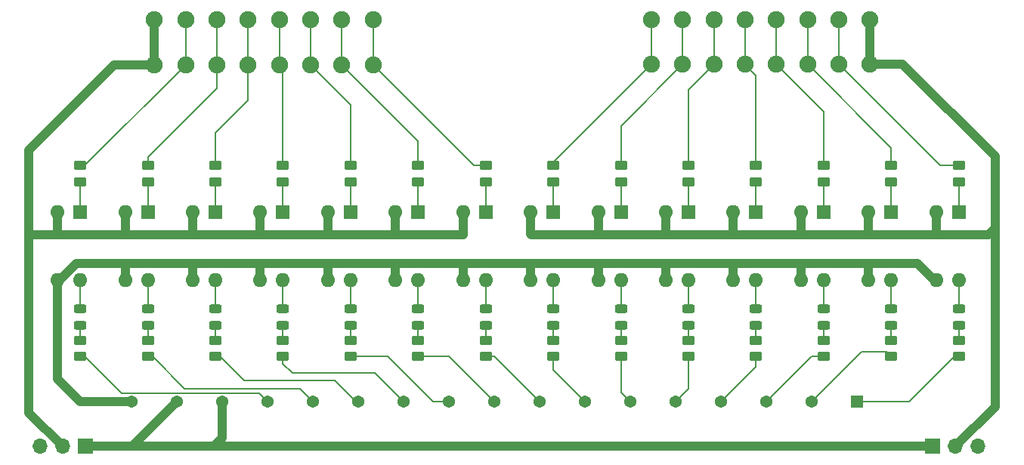
<source format=gbr>
%TF.GenerationSoftware,KiCad,Pcbnew,8.0.7*%
%TF.CreationDate,2025-04-06T16:58:41-05:00*%
%TF.ProjectId,inputs,696e7075-7473-42e6-9b69-6361645f7063,rev?*%
%TF.SameCoordinates,Original*%
%TF.FileFunction,Copper,L1,Top*%
%TF.FilePolarity,Positive*%
%FSLAX46Y46*%
G04 Gerber Fmt 4.6, Leading zero omitted, Abs format (unit mm)*
G04 Created by KiCad (PCBNEW 8.0.7) date 2025-04-06 16:58:41*
%MOMM*%
%LPD*%
G01*
G04 APERTURE LIST*
G04 Aperture macros list*
%AMRoundRect*
0 Rectangle with rounded corners*
0 $1 Rounding radius*
0 $2 $3 $4 $5 $6 $7 $8 $9 X,Y pos of 4 corners*
0 Add a 4 corners polygon primitive as box body*
4,1,4,$2,$3,$4,$5,$6,$7,$8,$9,$2,$3,0*
0 Add four circle primitives for the rounded corners*
1,1,$1+$1,$2,$3*
1,1,$1+$1,$4,$5*
1,1,$1+$1,$6,$7*
1,1,$1+$1,$8,$9*
0 Add four rect primitives between the rounded corners*
20,1,$1+$1,$2,$3,$4,$5,0*
20,1,$1+$1,$4,$5,$6,$7,0*
20,1,$1+$1,$6,$7,$8,$9,0*
20,1,$1+$1,$8,$9,$2,$3,0*%
G04 Aperture macros list end*
%TA.AperFunction,SMDPad,CuDef*%
%ADD10RoundRect,0.250000X0.450000X-0.262500X0.450000X0.262500X-0.450000X0.262500X-0.450000X-0.262500X0*%
%TD*%
%TA.AperFunction,ComponentPad*%
%ADD11R,1.600000X1.600000*%
%TD*%
%TA.AperFunction,ComponentPad*%
%ADD12O,1.600000X1.600000*%
%TD*%
%TA.AperFunction,SMDPad,CuDef*%
%ADD13RoundRect,0.243750X-0.456250X0.243750X-0.456250X-0.243750X0.456250X-0.243750X0.456250X0.243750X0*%
%TD*%
%TA.AperFunction,SMDPad,CuDef*%
%ADD14RoundRect,0.250000X-0.450000X0.262500X-0.450000X-0.262500X0.450000X-0.262500X0.450000X0.262500X0*%
%TD*%
%TA.AperFunction,ComponentPad*%
%ADD15R,1.370000X1.370000*%
%TD*%
%TA.AperFunction,ComponentPad*%
%ADD16C,1.370000*%
%TD*%
%TA.AperFunction,ComponentPad*%
%ADD17R,1.700000X1.700000*%
%TD*%
%TA.AperFunction,ComponentPad*%
%ADD18O,1.700000X1.700000*%
%TD*%
%TA.AperFunction,ComponentPad*%
%ADD19C,1.900000*%
%TD*%
%TA.AperFunction,Conductor*%
%ADD20C,0.200000*%
%TD*%
%TA.AperFunction,Conductor*%
%ADD21C,1.000000*%
%TD*%
G04 APERTURE END LIST*
D10*
%TO.P,R26,1*%
%TO.N,Net-(R26-Pad1)*%
X222435000Y-74325000D03*
%TO.P,R26,2*%
%TO.N,/in14*%
X222435000Y-72500000D03*
%TD*%
D11*
%TO.P,U13,1*%
%TO.N,Net-(R25-Pad1)*%
X214863076Y-77742500D03*
D12*
%TO.P,U13,2*%
%TO.N,GND*%
X212323076Y-77742500D03*
%TO.P,U13,3*%
%TO.N,+24V*%
X212323076Y-85362500D03*
%TO.P,U13,4*%
%TO.N,Net-(D13-K)*%
X214863076Y-85362500D03*
%TD*%
D13*
%TO.P,D1,1,K*%
%TO.N,Net-(D1-K)*%
X124000000Y-88562500D03*
%TO.P,D1,2,A*%
%TO.N,Net-(D1-A)*%
X124000000Y-90437500D03*
%TD*%
%TO.P,D13,1,K*%
%TO.N,Net-(D13-K)*%
X214863076Y-88562500D03*
%TO.P,D13,2,A*%
%TO.N,Net-(D13-A)*%
X214863076Y-90437500D03*
%TD*%
%TO.P,D3,1,K*%
%TO.N,Net-(D3-K)*%
X139143846Y-88562500D03*
%TO.P,D3,2,A*%
%TO.N,Net-(D3-A)*%
X139143846Y-90437500D03*
%TD*%
D14*
%TO.P,R6,1*%
%TO.N,Net-(D2-A)*%
X131571923Y-92087500D03*
%TO.P,R6,2*%
%TO.N,/out2*%
X131571923Y-93912500D03*
%TD*%
D10*
%TO.P,R1,1*%
%TO.N,Net-(R1-Pad1)*%
X124000000Y-74325000D03*
%TO.P,R1,2*%
%TO.N,/in1*%
X124000000Y-72500000D03*
%TD*%
%TO.P,R9,1*%
%TO.N,Net-(R9-Pad1)*%
X154287692Y-74325000D03*
%TO.P,R9,2*%
%TO.N,/in5*%
X154287692Y-72500000D03*
%TD*%
D13*
%TO.P,D2,1,K*%
%TO.N,Net-(D2-K)*%
X131571923Y-88562500D03*
%TO.P,D2,2,A*%
%TO.N,Net-(D2-A)*%
X131571923Y-90437500D03*
%TD*%
D11*
%TO.P,U6,1*%
%TO.N,Net-(R10-Pad1)*%
X161859615Y-77742500D03*
D12*
%TO.P,U6,2*%
%TO.N,GND*%
X159319615Y-77742500D03*
%TO.P,U6,3*%
%TO.N,+24V*%
X159319615Y-85362500D03*
%TO.P,U6,4*%
%TO.N,Net-(D6-K)*%
X161859615Y-85362500D03*
%TD*%
D13*
%TO.P,D10,1,K*%
%TO.N,Net-(D10-K)*%
X192147307Y-88562500D03*
%TO.P,D10,2,A*%
%TO.N,Net-(D10-A)*%
X192147307Y-90437500D03*
%TD*%
D11*
%TO.P,U14,1*%
%TO.N,Net-(R26-Pad1)*%
X222435000Y-77742500D03*
D12*
%TO.P,U14,2*%
%TO.N,GND*%
X219895000Y-77742500D03*
%TO.P,U14,3*%
%TO.N,+24V*%
X219895000Y-85362500D03*
%TO.P,U14,4*%
%TO.N,Net-(D14-K)*%
X222435000Y-85362500D03*
%TD*%
D15*
%TO.P,J4,01,01*%
%TO.N,/out14*%
X211050000Y-99000000D03*
D16*
%TO.P,J4,02,02*%
%TO.N,/out13*%
X205970000Y-99000000D03*
%TO.P,J4,03,03*%
%TO.N,/out12*%
X200890000Y-99000000D03*
%TO.P,J4,04,04*%
%TO.N,/out11*%
X195810000Y-99000000D03*
%TO.P,J4,05,05*%
%TO.N,/out10*%
X190730000Y-99000000D03*
%TO.P,J4,06,06*%
%TO.N,/out9*%
X185650000Y-99000000D03*
%TO.P,J4,07,07*%
%TO.N,/out8*%
X180570000Y-99000000D03*
%TO.P,J4,08,08*%
%TO.N,/out7*%
X175490000Y-99000000D03*
%TO.P,J4,09,09*%
%TO.N,/out6*%
X170410000Y-99000000D03*
%TO.P,J4,10,10*%
%TO.N,/out5*%
X165330000Y-99000000D03*
%TO.P,J4,11,11*%
%TO.N,/out4*%
X160250000Y-99000000D03*
%TO.P,J4,12,12*%
%TO.N,/out3*%
X155170000Y-99000000D03*
%TO.P,J4,13,13*%
%TO.N,/out2*%
X150090000Y-99000000D03*
%TO.P,J4,14,14*%
%TO.N,/out1*%
X145010000Y-99000000D03*
%TO.P,J4,15,15*%
%TO.N,GND*%
X139930000Y-99000000D03*
%TO.P,J4,16,16*%
X134850000Y-99000000D03*
%TO.P,J4,17,17*%
%TO.N,+24V*%
X129770000Y-99000000D03*
%TD*%
D11*
%TO.P,U9,1*%
%TO.N,Net-(R17-Pad1)*%
X184575384Y-77742500D03*
D12*
%TO.P,U9,2*%
%TO.N,GND*%
X182035384Y-77742500D03*
%TO.P,U9,3*%
%TO.N,+24V*%
X182035384Y-85362500D03*
%TO.P,U9,4*%
%TO.N,Net-(D9-K)*%
X184575384Y-85362500D03*
%TD*%
D13*
%TO.P,D12,1,K*%
%TO.N,Net-(D12-K)*%
X207291153Y-88562500D03*
%TO.P,D12,2,A*%
%TO.N,Net-(D12-A)*%
X207291153Y-90437500D03*
%TD*%
D10*
%TO.P,R3,1*%
%TO.N,Net-(R3-Pad1)*%
X139143846Y-74325000D03*
%TO.P,R3,2*%
%TO.N,/in3*%
X139143846Y-72500000D03*
%TD*%
D13*
%TO.P,D6,1,K*%
%TO.N,Net-(D6-K)*%
X161859615Y-88562500D03*
%TO.P,D6,2,A*%
%TO.N,Net-(D6-A)*%
X161859615Y-90437500D03*
%TD*%
D14*
%TO.P,R14,1*%
%TO.N,Net-(D6-A)*%
X161859615Y-92087500D03*
%TO.P,R14,2*%
%TO.N,/out6*%
X161859615Y-93912500D03*
%TD*%
%TO.P,R16,1*%
%TO.N,Net-(D8-A)*%
X177000000Y-92087500D03*
%TO.P,R16,2*%
%TO.N,/out8*%
X177000000Y-93912500D03*
%TD*%
D10*
%TO.P,R11,1*%
%TO.N,Net-(R11-Pad1)*%
X169431538Y-74325000D03*
%TO.P,R11,2*%
%TO.N,/in7*%
X169431538Y-72500000D03*
%TD*%
D13*
%TO.P,D14,1,K*%
%TO.N,Net-(D14-K)*%
X222435000Y-88562500D03*
%TO.P,D14,2,A*%
%TO.N,Net-(D14-A)*%
X222435000Y-90437500D03*
%TD*%
D11*
%TO.P,U10,1*%
%TO.N,Net-(R18-Pad1)*%
X192147307Y-77742500D03*
D12*
%TO.P,U10,2*%
%TO.N,GND*%
X189607307Y-77742500D03*
%TO.P,U10,3*%
%TO.N,+24V*%
X189607307Y-85362500D03*
%TO.P,U10,4*%
%TO.N,Net-(D10-K)*%
X192147307Y-85362500D03*
%TD*%
D11*
%TO.P,U12,1*%
%TO.N,Net-(R20-Pad1)*%
X207291153Y-77742500D03*
D12*
%TO.P,U12,2*%
%TO.N,GND*%
X204751153Y-77742500D03*
%TO.P,U12,3*%
%TO.N,+24V*%
X204751153Y-85362500D03*
%TO.P,U12,4*%
%TO.N,Net-(D12-K)*%
X207291153Y-85362500D03*
%TD*%
D17*
%TO.P,J2,1,Pin_1*%
%TO.N,GND*%
X219500000Y-104000000D03*
D18*
%TO.P,J2,2,Pin_2*%
X222040000Y-104000000D03*
%TO.P,J2,3,Pin_3*%
%TO.N,unconnected-(J2-Pin_3-Pad3)*%
X224580000Y-104000000D03*
%TD*%
D13*
%TO.P,D11,1,K*%
%TO.N,Net-(D11-K)*%
X199719230Y-88562500D03*
%TO.P,D11,2,A*%
%TO.N,Net-(D11-A)*%
X199719230Y-90437500D03*
%TD*%
%TO.P,D9,1,K*%
%TO.N,Net-(D9-K)*%
X184575384Y-88562500D03*
%TO.P,D9,2,A*%
%TO.N,Net-(D9-A)*%
X184575384Y-90437500D03*
%TD*%
D17*
%TO.P,J1,1,Pin_1*%
%TO.N,GND*%
X124580000Y-104000000D03*
D18*
%TO.P,J1,2,Pin_2*%
X122040000Y-104000000D03*
%TO.P,J1,3,Pin_3*%
%TO.N,unconnected-(J1-Pin_3-Pad3)*%
X119500000Y-104000000D03*
%TD*%
D14*
%TO.P,R7,1*%
%TO.N,Net-(D3-A)*%
X139143846Y-92087500D03*
%TO.P,R7,2*%
%TO.N,/out3*%
X139143846Y-93912500D03*
%TD*%
D10*
%TO.P,R2,1*%
%TO.N,Net-(R2-Pad1)*%
X131571923Y-74325000D03*
%TO.P,R2,2*%
%TO.N,/in2*%
X131571923Y-72500000D03*
%TD*%
%TO.P,R18,1*%
%TO.N,Net-(R18-Pad1)*%
X192147307Y-74325000D03*
%TO.P,R18,2*%
%TO.N,/in10*%
X192147307Y-72500000D03*
%TD*%
D19*
%TO.P,J5,16,8_2*%
%TO.N,/in7*%
X156804904Y-61180799D03*
%TO.P,J5,15,8_1*%
X156804904Y-56180799D03*
%TO.P,J5,14,7_2*%
%TO.N,/in6*%
X153304903Y-61180799D03*
%TO.P,J5,13,7_1*%
X153304903Y-56180799D03*
%TO.P,J5,12,6_2*%
%TO.N,/in5*%
X149804902Y-61180799D03*
%TO.P,J5,11,6_1*%
X149804902Y-56180799D03*
%TO.P,J5,10,5_2*%
%TO.N,/in4*%
X146304902Y-61180799D03*
%TO.P,J5,9,5_1*%
X146304902Y-56180799D03*
%TO.P,J5,8,4_2*%
%TO.N,/in3*%
X142804901Y-61180799D03*
%TO.P,J5,7,4_1*%
X142804901Y-56180799D03*
%TO.P,J5,6,3_2*%
%TO.N,/in2*%
X139304901Y-61180799D03*
%TO.P,J5,5,3_1*%
X139304901Y-56180799D03*
%TO.P,J5,4,2_2*%
%TO.N,/in1*%
X135804900Y-61180799D03*
%TO.P,J5,3,2_1*%
X135804900Y-56180799D03*
%TO.P,J5,2,1_2*%
%TO.N,GND*%
X132304899Y-61180799D03*
%TO.P,J5,1,1_1*%
X132304899Y-56180799D03*
%TD*%
D11*
%TO.P,U7,1*%
%TO.N,Net-(R11-Pad1)*%
X169431538Y-77742500D03*
D12*
%TO.P,U7,2*%
%TO.N,GND*%
X166891538Y-77742500D03*
%TO.P,U7,3*%
%TO.N,+24V*%
X166891538Y-85362500D03*
%TO.P,U7,4*%
%TO.N,Net-(D7-K)*%
X169431538Y-85362500D03*
%TD*%
D13*
%TO.P,D5,1,K*%
%TO.N,Net-(D5-K)*%
X154287692Y-88562500D03*
%TO.P,D5,2,A*%
%TO.N,Net-(D5-A)*%
X154287692Y-90437500D03*
%TD*%
D14*
%TO.P,R21,1*%
%TO.N,Net-(D9-A)*%
X184575384Y-92087500D03*
%TO.P,R21,2*%
%TO.N,/out9*%
X184575384Y-93912500D03*
%TD*%
D11*
%TO.P,U8,1*%
%TO.N,Net-(R12-Pad1)*%
X177003461Y-77742500D03*
D12*
%TO.P,U8,2*%
%TO.N,GND*%
X174463461Y-77742500D03*
%TO.P,U8,3*%
%TO.N,+24V*%
X174463461Y-85362500D03*
%TO.P,U8,4*%
%TO.N,Net-(D8-K)*%
X177003461Y-85362500D03*
%TD*%
D10*
%TO.P,R20,1*%
%TO.N,Net-(R20-Pad1)*%
X207291153Y-74325000D03*
%TO.P,R20,2*%
%TO.N,/in12*%
X207291153Y-72500000D03*
%TD*%
%TO.P,R19,1*%
%TO.N,Net-(R19-Pad1)*%
X199719230Y-74325000D03*
%TO.P,R19,2*%
%TO.N,/in11*%
X199719230Y-72500000D03*
%TD*%
%TO.P,R4,1*%
%TO.N,Net-(R4-Pad1)*%
X146715769Y-74325000D03*
%TO.P,R4,2*%
%TO.N,/in4*%
X146715769Y-72500000D03*
%TD*%
D13*
%TO.P,D4,1,K*%
%TO.N,Net-(D4-K)*%
X146715769Y-88562500D03*
%TO.P,D4,2,A*%
%TO.N,Net-(D4-A)*%
X146715769Y-90437500D03*
%TD*%
D14*
%TO.P,R15,1*%
%TO.N,Net-(D7-A)*%
X169431538Y-92087500D03*
%TO.P,R15,2*%
%TO.N,/out7*%
X169431538Y-93912500D03*
%TD*%
D11*
%TO.P,U11,1*%
%TO.N,Net-(R19-Pad1)*%
X199719230Y-77742500D03*
D12*
%TO.P,U11,2*%
%TO.N,GND*%
X197179230Y-77742500D03*
%TO.P,U11,3*%
%TO.N,+24V*%
X197179230Y-85362500D03*
%TO.P,U11,4*%
%TO.N,Net-(D11-K)*%
X199719230Y-85362500D03*
%TD*%
D11*
%TO.P,U5,1*%
%TO.N,Net-(R9-Pad1)*%
X154287692Y-77742500D03*
D12*
%TO.P,U5,2*%
%TO.N,GND*%
X151747692Y-77742500D03*
%TO.P,U5,3*%
%TO.N,+24V*%
X151747692Y-85362500D03*
%TO.P,U5,4*%
%TO.N,Net-(D5-K)*%
X154287692Y-85362500D03*
%TD*%
D13*
%TO.P,D8,1,K*%
%TO.N,Net-(D8-K)*%
X177003461Y-88562500D03*
%TO.P,D8,2,A*%
%TO.N,Net-(D8-A)*%
X177003461Y-90437500D03*
%TD*%
D11*
%TO.P,U1,1*%
%TO.N,Net-(R1-Pad1)*%
X124000000Y-77742500D03*
D12*
%TO.P,U1,2*%
%TO.N,GND*%
X121460000Y-77742500D03*
%TO.P,U1,3*%
%TO.N,+24V*%
X121460000Y-85362500D03*
%TO.P,U1,4*%
%TO.N,Net-(D1-K)*%
X124000000Y-85362500D03*
%TD*%
D13*
%TO.P,D7,1,K*%
%TO.N,Net-(D7-K)*%
X169431538Y-88562500D03*
%TO.P,D7,2,A*%
%TO.N,Net-(D7-A)*%
X169431538Y-90437500D03*
%TD*%
D10*
%TO.P,R17,1*%
%TO.N,Net-(R17-Pad1)*%
X184575384Y-74325000D03*
%TO.P,R17,2*%
%TO.N,/in9*%
X184575384Y-72500000D03*
%TD*%
D14*
%TO.P,R24,1*%
%TO.N,Net-(D12-A)*%
X207291153Y-92087500D03*
%TO.P,R24,2*%
%TO.N,/out12*%
X207291153Y-93912500D03*
%TD*%
D10*
%TO.P,R10,1*%
%TO.N,Net-(R10-Pad1)*%
X161859615Y-74325000D03*
%TO.P,R10,2*%
%TO.N,/in6*%
X161859615Y-72500000D03*
%TD*%
%TO.P,R12,1*%
%TO.N,Net-(R12-Pad1)*%
X177003461Y-74325000D03*
%TO.P,R12,2*%
%TO.N,/in8*%
X177003461Y-72500000D03*
%TD*%
D14*
%TO.P,R8,1*%
%TO.N,Net-(D4-A)*%
X146715769Y-92087500D03*
%TO.P,R8,2*%
%TO.N,/out4*%
X146715769Y-93912500D03*
%TD*%
%TO.P,R22,1*%
%TO.N,Net-(D10-A)*%
X192147307Y-92087500D03*
%TO.P,R22,2*%
%TO.N,/out10*%
X192147307Y-93912500D03*
%TD*%
%TO.P,R23,1*%
%TO.N,Net-(D11-A)*%
X199719230Y-92087500D03*
%TO.P,R23,2*%
%TO.N,/out11*%
X199719230Y-93912500D03*
%TD*%
%TO.P,R5,1*%
%TO.N,Net-(D1-A)*%
X124000000Y-92087500D03*
%TO.P,R5,2*%
%TO.N,/out1*%
X124000000Y-93912500D03*
%TD*%
D11*
%TO.P,U3,1*%
%TO.N,Net-(R3-Pad1)*%
X139143846Y-77742500D03*
D12*
%TO.P,U3,2*%
%TO.N,GND*%
X136603846Y-77742500D03*
%TO.P,U3,3*%
%TO.N,+24V*%
X136603846Y-85362500D03*
%TO.P,U3,4*%
%TO.N,Net-(D3-K)*%
X139143846Y-85362500D03*
%TD*%
D11*
%TO.P,U2,1*%
%TO.N,Net-(R2-Pad1)*%
X131571923Y-77742500D03*
D12*
%TO.P,U2,2*%
%TO.N,GND*%
X129031923Y-77742500D03*
%TO.P,U2,3*%
%TO.N,+24V*%
X129031923Y-85362500D03*
%TO.P,U2,4*%
%TO.N,Net-(D2-K)*%
X131571923Y-85362500D03*
%TD*%
D14*
%TO.P,R27,1*%
%TO.N,Net-(D13-A)*%
X214863076Y-92087500D03*
%TO.P,R27,2*%
%TO.N,/out13*%
X214863076Y-93912500D03*
%TD*%
D11*
%TO.P,U4,1*%
%TO.N,Net-(R4-Pad1)*%
X146715769Y-77742500D03*
D12*
%TO.P,U4,2*%
%TO.N,GND*%
X144175769Y-77742500D03*
%TO.P,U4,3*%
%TO.N,+24V*%
X144175769Y-85362500D03*
%TO.P,U4,4*%
%TO.N,Net-(D4-K)*%
X146715769Y-85362500D03*
%TD*%
D10*
%TO.P,R25,1*%
%TO.N,Net-(R25-Pad1)*%
X214863076Y-74325000D03*
%TO.P,R25,2*%
%TO.N,/in13*%
X214863076Y-72500000D03*
%TD*%
D14*
%TO.P,R28,1*%
%TO.N,Net-(D14-A)*%
X222435000Y-92087500D03*
%TO.P,R28,2*%
%TO.N,/out14*%
X222435000Y-93912500D03*
%TD*%
D19*
%TO.P,J6,16,8_2*%
%TO.N,GND*%
X212500000Y-61150399D03*
%TO.P,J6,15,8_1*%
X212500000Y-56150399D03*
%TO.P,J6,14,7_2*%
%TO.N,/in14*%
X208999999Y-61150399D03*
%TO.P,J6,13,7_1*%
X208999999Y-56150399D03*
%TO.P,J6,12,6_2*%
%TO.N,/in13*%
X205499998Y-61150399D03*
%TO.P,J6,11,6_1*%
X205499998Y-56150399D03*
%TO.P,J6,10,5_2*%
%TO.N,/in12*%
X201999998Y-61150399D03*
%TO.P,J6,9,5_1*%
X201999998Y-56150399D03*
%TO.P,J6,8,4_2*%
%TO.N,/in11*%
X198499997Y-61150399D03*
%TO.P,J6,7,4_1*%
X198499997Y-56150399D03*
%TO.P,J6,6,3_2*%
%TO.N,/in10*%
X194999997Y-61150399D03*
%TO.P,J6,5,3_1*%
X194999997Y-56150399D03*
%TO.P,J6,4,2_2*%
%TO.N,/in9*%
X191499996Y-61150399D03*
%TO.P,J6,3,2_1*%
X191499996Y-56150399D03*
%TO.P,J6,2,1_2*%
%TO.N,/in8*%
X187999995Y-61150399D03*
%TO.P,J6,1,1_1*%
X187999995Y-56150399D03*
%TD*%
D14*
%TO.P,R13,1*%
%TO.N,Net-(D5-A)*%
X154287692Y-92087500D03*
%TO.P,R13,2*%
%TO.N,/out5*%
X154287692Y-93912500D03*
%TD*%
D20*
%TO.N,/in8*%
X177003461Y-72146933D02*
X187999995Y-61150399D01*
X177003461Y-72500000D02*
X177003461Y-72146933D01*
%TO.N,/in9*%
X184575384Y-68075011D02*
X191499996Y-61150399D01*
X184575384Y-72500000D02*
X184575384Y-68075011D01*
%TO.N,/in10*%
X192147307Y-64003089D02*
X194999997Y-61150399D01*
X192147307Y-72500000D02*
X192147307Y-64003089D01*
%TO.N,/in14*%
X220349600Y-72500000D02*
X208999999Y-61150399D01*
X222435000Y-72500000D02*
X220349600Y-72500000D01*
%TO.N,/in13*%
X214863076Y-70513477D02*
X205499998Y-61150399D01*
X214863076Y-72500000D02*
X214863076Y-70513477D01*
%TO.N,/in12*%
X207291153Y-66441554D02*
X201999998Y-61150399D01*
X207291153Y-72500000D02*
X207291153Y-66441554D01*
%TO.N,/in11*%
X199719230Y-62369632D02*
X198499997Y-61150399D01*
X199719230Y-72500000D02*
X199719230Y-62369632D01*
D21*
%TO.N,GND*%
X226500000Y-71500000D02*
X216150399Y-61150399D01*
X216150399Y-61150399D02*
X212500000Y-61150399D01*
X226500000Y-79500000D02*
X226500000Y-71500000D01*
X118500000Y-80250000D02*
X118250000Y-80000000D01*
X122000000Y-80250000D02*
X118500000Y-80250000D01*
X122000000Y-80250000D02*
X121500000Y-80250000D01*
X118250000Y-81250000D02*
X118250000Y-80000000D01*
X129000000Y-80250000D02*
X122000000Y-80250000D01*
D20*
%TO.N,/in8*%
X187999995Y-56150399D02*
X187999995Y-61150399D01*
X176499999Y-72500000D02*
X177003461Y-72500000D01*
%TO.N,Net-(R1-Pad1)*%
X124000000Y-74325000D02*
X124000000Y-77742500D01*
%TO.N,Net-(R2-Pad1)*%
X131571923Y-74325000D02*
X131571923Y-77742500D01*
%TO.N,Net-(R3-Pad1)*%
X139143846Y-74325000D02*
X139143846Y-77742500D01*
%TO.N,Net-(R4-Pad1)*%
X146715769Y-74325000D02*
X146715769Y-77742500D01*
%TO.N,Net-(R9-Pad1)*%
X154287692Y-74325000D02*
X154287692Y-77742500D01*
%TO.N,Net-(R10-Pad1)*%
X161859615Y-74325000D02*
X161859615Y-77742500D01*
%TO.N,Net-(R11-Pad1)*%
X169431538Y-74325000D02*
X169431538Y-77742500D01*
%TO.N,Net-(R12-Pad1)*%
X177003461Y-74325000D02*
X177003461Y-77742500D01*
%TO.N,GND*%
X129500000Y-104000000D02*
X129850000Y-104000000D01*
D21*
X166891538Y-80247775D02*
X166893763Y-80250000D01*
X121460000Y-77955000D02*
X121460000Y-80210000D01*
X226500000Y-79500000D02*
X226500000Y-99540000D01*
X129031923Y-80218077D02*
X129000000Y-80250000D01*
X166891538Y-77955000D02*
X166891538Y-80247775D01*
X219895000Y-77992500D02*
X219895000Y-80145000D01*
X212500000Y-61150399D02*
X212500000Y-56150399D01*
X122040000Y-104000000D02*
X118250000Y-100210000D01*
X139000000Y-104000000D02*
X137500000Y-104000000D01*
X151746648Y-80250000D02*
X144181020Y-80250000D01*
X137500000Y-104000000D02*
X219500000Y-104000000D01*
X129850000Y-104000000D02*
X134850000Y-99000000D01*
X136607463Y-80250000D02*
X129000000Y-80250000D01*
X212323076Y-80238241D02*
X212311317Y-80250000D01*
X212323076Y-77992500D02*
X212323076Y-80238241D01*
X226500000Y-99540000D02*
X222040000Y-104000000D01*
X174463461Y-80213461D02*
X174500000Y-80250000D01*
X151747692Y-80248956D02*
X151746648Y-80250000D01*
X139930000Y-103070000D02*
X139000000Y-104000000D01*
X225750000Y-80250000D02*
X226500000Y-79500000D01*
X212311317Y-80250000D02*
X225750000Y-80250000D01*
X197179230Y-80241237D02*
X197187993Y-80250000D01*
X189598575Y-80250000D02*
X182040878Y-80250000D01*
X174463461Y-77955000D02*
X174463461Y-80213461D01*
X136603846Y-80246383D02*
X136607463Y-80250000D01*
X204751153Y-80248847D02*
X204750000Y-80250000D01*
X204751153Y-77742500D02*
X204751153Y-80248847D01*
X118250000Y-100210000D02*
X118250000Y-81250000D01*
X204750000Y-80250000D02*
X197187993Y-80250000D01*
X136603846Y-77955000D02*
X136603846Y-80246383D01*
X212311317Y-80250000D02*
X204750000Y-80250000D01*
X139930000Y-99000000D02*
X139930000Y-103070000D01*
X144181020Y-80250000D02*
X136607463Y-80250000D01*
X189607307Y-77922500D02*
X189607307Y-80241268D01*
X159320205Y-80250000D02*
X151746648Y-80250000D01*
X182035384Y-77922500D02*
X182035384Y-80244506D01*
X144175769Y-80244749D02*
X144181020Y-80250000D01*
X166893763Y-80250000D02*
X159320205Y-80250000D01*
X151747692Y-77955000D02*
X151747692Y-80248956D01*
X182040878Y-80250000D02*
X174500000Y-80250000D01*
X121460000Y-80210000D02*
X121500000Y-80250000D01*
X159319615Y-80249410D02*
X159320205Y-80250000D01*
X124580000Y-104000000D02*
X129500000Y-104000000D01*
D20*
X219895000Y-80145000D02*
X220000000Y-80250000D01*
D21*
X182035384Y-80244506D02*
X182040878Y-80250000D01*
X197179230Y-78172500D02*
X197179230Y-80241237D01*
X144175769Y-77955000D02*
X144175769Y-80244749D01*
X197187993Y-80250000D02*
X189598575Y-80250000D01*
X137500000Y-104000000D02*
X129500000Y-104000000D01*
X129031923Y-77955000D02*
X129031923Y-80218077D01*
X159319615Y-77955000D02*
X159319615Y-80249410D01*
X189607307Y-80241268D02*
X189598575Y-80250000D01*
%TO.N,+24V*%
X123535000Y-83500000D02*
X129000000Y-83500000D01*
X129000000Y-83500000D02*
X136750000Y-83500000D01*
X129031923Y-83531923D02*
X129000000Y-83500000D01*
X136603846Y-83646154D02*
X136750000Y-83500000D01*
X166896441Y-83500000D02*
X174454138Y-83500000D01*
X144175769Y-83517553D02*
X144158216Y-83500000D01*
X204751153Y-85362500D02*
X204751153Y-83501153D01*
X174463461Y-83509323D02*
X174454138Y-83500000D01*
X174454138Y-83500000D02*
X182027696Y-83500000D01*
X217782500Y-83500000D02*
X219895000Y-85612500D01*
X144158216Y-83500000D02*
X151741396Y-83500000D01*
X121460000Y-96460000D02*
X121460000Y-85362500D01*
X197179230Y-83503512D02*
X197182742Y-83500000D01*
X151741396Y-83500000D02*
X159330814Y-83500000D01*
X182035384Y-83507688D02*
X182027696Y-83500000D01*
X129031923Y-85575000D02*
X129031923Y-83531923D01*
X182035384Y-85542500D02*
X182035384Y-83507688D01*
X144175769Y-85575000D02*
X144175769Y-83517553D01*
X159330814Y-83500000D02*
X166896441Y-83500000D01*
X159319615Y-85575000D02*
X159319615Y-83511199D01*
X159319615Y-83511199D02*
X159330814Y-83500000D01*
X212337787Y-83500000D02*
X217782500Y-83500000D01*
X204750000Y-83500000D02*
X212337787Y-83500000D01*
X212323076Y-85612500D02*
X212323076Y-83514711D01*
X166891538Y-83504903D02*
X166896441Y-83500000D01*
X174463461Y-85575000D02*
X174463461Y-83509323D01*
X189607307Y-85542500D02*
X189607307Y-83501877D01*
X124000000Y-99000000D02*
X121460000Y-96460000D01*
X189609184Y-83500000D02*
X197182742Y-83500000D01*
X129770000Y-99000000D02*
X124000000Y-99000000D01*
X197179230Y-83503512D02*
X197179230Y-85362500D01*
X212323076Y-83514711D02*
X212337787Y-83500000D01*
X197182742Y-83500000D02*
X204750000Y-83500000D01*
X166891538Y-85575000D02*
X166891538Y-83504903D01*
X121460000Y-85575000D02*
X123535000Y-83500000D01*
X189607307Y-83501877D02*
X189609184Y-83500000D01*
X204751153Y-83501153D02*
X204750000Y-83500000D01*
X151747692Y-83506296D02*
X151741396Y-83500000D01*
X151747692Y-85575000D02*
X151747692Y-83506296D01*
X136750000Y-83500000D02*
X144158216Y-83500000D01*
X136603846Y-85575000D02*
X136603846Y-83646154D01*
X182027696Y-83500000D02*
X189609184Y-83500000D01*
D20*
%TO.N,/out1*%
X144025000Y-98015000D02*
X145010000Y-99000000D01*
X124512500Y-93912500D02*
X128615000Y-98015000D01*
X124000000Y-93912500D02*
X124512500Y-93912500D01*
X128615000Y-98015000D02*
X144025000Y-98015000D01*
%TO.N,/out7*%
X169431538Y-93912500D02*
X170402500Y-93912500D01*
X170402500Y-93912500D02*
X175490000Y-99000000D01*
%TO.N,/out2*%
X131571923Y-93912500D02*
X132084423Y-93912500D01*
X132084423Y-93912500D02*
X135671923Y-97500000D01*
X135671923Y-97500000D02*
X148590000Y-97500000D01*
X148590000Y-97500000D02*
X150090000Y-99000000D01*
%TO.N,/out8*%
X177000000Y-93912500D02*
X177000000Y-95430000D01*
X177000000Y-95430000D02*
X180570000Y-99000000D01*
%TO.N,/out6*%
X161859615Y-93912500D02*
X165322500Y-93912500D01*
X165322500Y-93912500D02*
X170410000Y-99000000D01*
%TO.N,/out3*%
X139656346Y-93912500D02*
X142350000Y-96606154D01*
X139143846Y-93912500D02*
X139656346Y-93912500D01*
X142350000Y-96606154D02*
X152520767Y-96606154D01*
X152520767Y-96606154D02*
X155224540Y-99309927D01*
%TO.N,/out5*%
X158412500Y-93912500D02*
X163500000Y-99000000D01*
X163500000Y-99000000D02*
X165330000Y-99000000D01*
X154287692Y-93912500D02*
X158412500Y-93912500D01*
%TO.N,/out4*%
X146715769Y-94715769D02*
X147750000Y-95750000D01*
X147750000Y-95750000D02*
X157000000Y-95750000D01*
X146715769Y-93912500D02*
X146715769Y-94715769D01*
X157000000Y-95750000D02*
X160250000Y-99000000D01*
%TO.N,/in14*%
X208999999Y-56150399D02*
X208999999Y-61150399D01*
%TO.N,/in9*%
X191499996Y-56150399D02*
X191499996Y-61150399D01*
%TO.N,/in10*%
X194999997Y-56150399D02*
X194999997Y-61150399D01*
%TO.N,/in13*%
X205499998Y-56150399D02*
X205499998Y-61150399D01*
%TO.N,/in11*%
X198499997Y-56150399D02*
X198499997Y-61150399D01*
%TO.N,/in12*%
X201999998Y-56150399D02*
X201999998Y-61150399D01*
%TO.N,Net-(R17-Pad1)*%
X184575384Y-74325000D02*
X184575384Y-77742500D01*
%TO.N,Net-(R18-Pad1)*%
X192147307Y-74325000D02*
X192147307Y-77742500D01*
%TO.N,Net-(R19-Pad1)*%
X199719230Y-74325000D02*
X199719230Y-77742500D01*
%TO.N,Net-(R20-Pad1)*%
X207291153Y-74325000D02*
X207291153Y-77742500D01*
%TO.N,/out9*%
X184575384Y-93912500D02*
X184575384Y-97925384D01*
X185650000Y-98850000D02*
X185750000Y-98750000D01*
X184575384Y-97925384D02*
X185650000Y-99000000D01*
X185650000Y-99000000D02*
X185650000Y-98850000D01*
%TO.N,/out10*%
X192147307Y-93912500D02*
X192147307Y-97582693D01*
X192147307Y-97582693D02*
X190730000Y-99000000D01*
%TO.N,/out11*%
X199719230Y-93912500D02*
X199719230Y-95090770D01*
X199719230Y-95090770D02*
X195810000Y-99000000D01*
%TO.N,/out12*%
X205977500Y-93912500D02*
X200890000Y-99000000D01*
X207291153Y-93912500D02*
X205977500Y-93912500D01*
%TO.N,Net-(R25-Pad1)*%
X214863076Y-74325000D02*
X214863076Y-77742500D01*
%TO.N,Net-(R26-Pad1)*%
X222435000Y-74325000D02*
X222435000Y-77742500D01*
%TO.N,/out13*%
X214863076Y-93912500D02*
X214350576Y-93400000D01*
X214350576Y-93400000D02*
X211570000Y-93400000D01*
X211570000Y-93400000D02*
X205970000Y-99000000D01*
%TO.N,/out14*%
X211050000Y-99000000D02*
X216835000Y-99000000D01*
X216835000Y-99000000D02*
X221922500Y-93912500D01*
X221922500Y-93912500D02*
X222435000Y-93912500D01*
%TO.N,Net-(D1-K)*%
X124000000Y-88562500D02*
X124000000Y-85362500D01*
%TO.N,Net-(D1-A)*%
X124000000Y-90437500D02*
X124000000Y-92087500D01*
%TO.N,Net-(D2-A)*%
X131571923Y-90437500D02*
X131571923Y-92087500D01*
%TO.N,Net-(D2-K)*%
X131571923Y-88562500D02*
X131571923Y-85362500D01*
%TO.N,Net-(D3-A)*%
X139143846Y-90437500D02*
X139143846Y-92087500D01*
%TO.N,Net-(D3-K)*%
X139143846Y-88562500D02*
X139143846Y-85362500D01*
%TO.N,Net-(D4-K)*%
X146715769Y-88562500D02*
X146715769Y-85362500D01*
%TO.N,Net-(D4-A)*%
X146715769Y-90437500D02*
X146715769Y-92087500D01*
%TO.N,Net-(D5-K)*%
X154287692Y-88562500D02*
X154287692Y-85362500D01*
%TO.N,Net-(D5-A)*%
X154287692Y-90437500D02*
X154287692Y-92087500D01*
%TO.N,Net-(D6-K)*%
X161859615Y-88562500D02*
X161859615Y-85362500D01*
%TO.N,Net-(D6-A)*%
X161859615Y-90437500D02*
X161859615Y-92087500D01*
%TO.N,Net-(D7-A)*%
X169431538Y-90437500D02*
X169431538Y-92087500D01*
%TO.N,Net-(D7-K)*%
X169431538Y-88562500D02*
X169431538Y-85362500D01*
%TO.N,Net-(D8-K)*%
X177003461Y-88562500D02*
X177003461Y-85362500D01*
%TO.N,Net-(D8-A)*%
X177003461Y-90437500D02*
X177003461Y-92084039D01*
X177003461Y-92084039D02*
X177000000Y-92087500D01*
%TO.N,Net-(D9-A)*%
X184575384Y-90437500D02*
X184575384Y-92087500D01*
%TO.N,Net-(D9-K)*%
X184575384Y-88562500D02*
X184575384Y-85362500D01*
%TO.N,Net-(D10-K)*%
X192147307Y-88562500D02*
X192147307Y-85362500D01*
%TO.N,Net-(D10-A)*%
X192147307Y-90437500D02*
X192147307Y-92087500D01*
%TO.N,Net-(D11-K)*%
X199719230Y-88562500D02*
X199719230Y-85362500D01*
%TO.N,Net-(D11-A)*%
X199719230Y-90437500D02*
X199719230Y-92087500D01*
%TO.N,Net-(D12-A)*%
X207291153Y-90437500D02*
X207291153Y-92087500D01*
%TO.N,Net-(D12-K)*%
X207291153Y-88562500D02*
X207291153Y-85362500D01*
%TO.N,Net-(D13-K)*%
X214863076Y-88562500D02*
X214863076Y-85362500D01*
%TO.N,Net-(D13-A)*%
X214863076Y-92087500D02*
X214863076Y-90437500D01*
%TO.N,Net-(D14-K)*%
X222435000Y-88562500D02*
X222435000Y-85362500D01*
%TO.N,Net-(D14-A)*%
X222435000Y-90437500D02*
X222435000Y-92087500D01*
%TO.N,/in7*%
X168124105Y-72500000D02*
X156804904Y-61180799D01*
%TO.N,/in5*%
X154287692Y-65663589D02*
X149804902Y-61180799D01*
X154287692Y-72500000D02*
X154287692Y-65663589D01*
%TO.N,/in3*%
X139143846Y-68856154D02*
X142804901Y-65195099D01*
X139143846Y-72500000D02*
X139143846Y-68856154D01*
%TO.N,/in4*%
X146715769Y-61591666D02*
X146304902Y-61180799D01*
%TO.N,/in2*%
X139304901Y-63838945D02*
X139304901Y-61180799D01*
X131571923Y-72500000D02*
X131571923Y-71571923D01*
%TO.N,/in6*%
X161859615Y-72500000D02*
X161859615Y-69735511D01*
%TO.N,/in1*%
X135804900Y-61180799D02*
X124485699Y-72500000D01*
D21*
%TO.N,GND*%
X118250000Y-80000000D02*
X118250000Y-70750000D01*
D20*
%TO.N,/in1*%
X135804900Y-56180799D02*
X135804900Y-61180799D01*
X124485699Y-72500000D02*
X124000000Y-72500000D01*
%TO.N,/in2*%
X139304901Y-56180799D02*
X139304901Y-61180799D01*
%TO.N,/in6*%
X153304903Y-56180799D02*
X153304903Y-61180799D01*
X161859615Y-69735511D02*
X153304903Y-61180799D01*
%TO.N,/in5*%
X149804902Y-56180799D02*
X149804902Y-61180799D01*
%TO.N,/in4*%
X146304902Y-56180799D02*
X146304902Y-61180799D01*
D21*
%TO.N,GND*%
X127819201Y-61180799D02*
X118250000Y-70750000D01*
D20*
%TO.N,/in7*%
X156804904Y-56180799D02*
X156804904Y-61180799D01*
X169431538Y-72500000D02*
X168124105Y-72500000D01*
%TO.N,/in3*%
X142804901Y-56180799D02*
X142804901Y-61180799D01*
D21*
%TO.N,GND*%
X132304899Y-56180799D02*
X132304899Y-61180799D01*
D20*
%TO.N,/in3*%
X142804901Y-65195099D02*
X142804901Y-61180799D01*
%TO.N,/in4*%
X146715769Y-72500000D02*
X146715769Y-61591666D01*
D21*
%TO.N,GND*%
X132304899Y-61180799D02*
X127819201Y-61180799D01*
D20*
%TO.N,/in2*%
X131571923Y-71571923D02*
X139304901Y-63838945D01*
%TD*%
M02*

</source>
